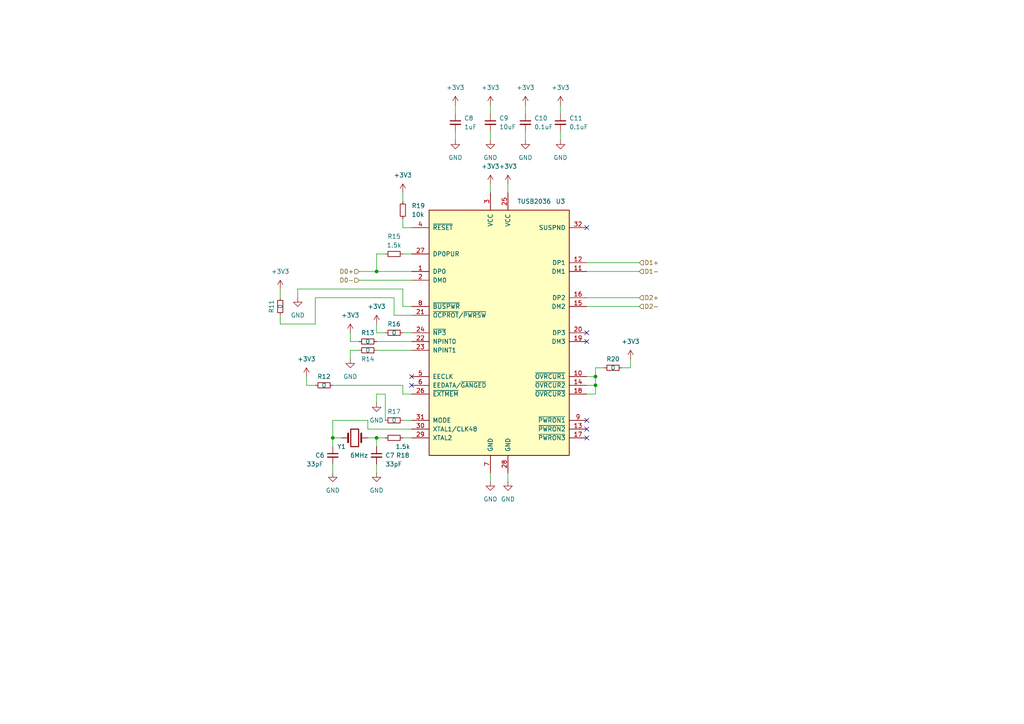
<source format=kicad_sch>
(kicad_sch (version 20210621) (generator eeschema)
  (paper "A4")
  (lib_symbols
    (symbol "Device:C_Small" (pin_numbers hide) (pin_names (offset 0.254) hide)
      (property "Reference" "C" (at 0.254 1.778 0))
      (property "Value" "C_Small" (at 0.254 -2.032 0))
      (symbol "C_Small_0_1"
        (polyline (pts (xy -1.524 -0.508) (xy 1.524 -0.508)) (stroke (width 0.3302)))
        (polyline (pts (xy -1.524 0.508) (xy 1.524 0.508)) (stroke (width 0.3048)))
      )
      (symbol "C_Small_1_1"
        (pin passive line (at 0 2.54 270) (length 2.032) (name "~") (number "1"))
        (pin passive line (at 0 -2.54 90) (length 2.032) (name "~") (number "2"))
      )
    )
    (symbol "Device:Crystal" (pin_numbers hide) (pin_names (offset 1.016) hide)
      (property "Reference" "Y" (at 0 3.81 0))
      (property "Value" "Crystal" (at 0 -3.81 0))
      (symbol "Crystal_0_1"
        (rectangle (start -1.143 2.54) (end 1.143 -2.54) (stroke (width 0.3048)))
        (polyline (pts (xy -2.54 0) (xy -1.905 0)))
        (polyline (pts (xy -1.905 -1.27) (xy -1.905 1.27)) (stroke (width 0.508)))
        (polyline (pts (xy 1.905 -1.27) (xy 1.905 1.27)) (stroke (width 0.508)))
        (polyline (pts (xy 2.54 0) (xy 1.905 0)))
      )
      (symbol "Crystal_1_1"
        (pin passive line (at -3.81 0 0) (length 1.27) (name "1") (number "1"))
        (pin passive line (at 3.81 0 180) (length 1.27) (name "2") (number "2"))
      )
    )
    (symbol "Device:R_Small" (pin_numbers hide) (pin_names (offset 0.254) hide)
      (property "Reference" "R" (at 0.762 0.508 0))
      (property "Value" "R_Small" (at 0.762 -1.016 0))
      (symbol "R_Small_0_1"
        (rectangle (start -0.762 1.778) (end 0.762 -1.778) (stroke (width 0.2032)))
      )
      (symbol "R_Small_1_1"
        (pin passive line (at 0 2.54 270) (length 0.762) (name "~") (number "1"))
        (pin passive line (at 0 -2.54 90) (length 0.762) (name "~") (number "2"))
      )
    )
    (symbol "Interface_USB:TUSB2036" (pin_names (offset 1.016))
      (property "Reference" "U" (at -19.05 36.83 0))
      (property "Value" "TUSB2036" (at 0 0 0))
      (symbol "TUSB2036_0_1"
        (rectangle (start -20.32 35.56) (end 20.32 -35.56) (stroke (width 0.254)) (fill (type background)))
      )
      (symbol "TUSB2036_1_1"
        (pin bidirectional line (at -25.4 17.78 0) (length 5.08) (name "DP0") (number "1"))
        (pin input line (at 25.4 -12.7 180) (length 5.08) (name "~{OVRCUR1}") (number "10"))
        (pin bidirectional line (at 25.4 17.78 180) (length 5.08) (name "DM1") (number "11"))
        (pin bidirectional line (at 25.4 20.32 180) (length 5.08) (name "DP1") (number "12"))
        (pin output line (at 25.4 -27.94 180) (length 5.08) (name "~{PWRON2}") (number "13"))
        (pin input line (at 25.4 -15.24 180) (length 5.08) (name "~{OVRCUR2}") (number "14"))
        (pin bidirectional line (at 25.4 7.62 180) (length 5.08) (name "DM2") (number "15"))
        (pin bidirectional line (at 25.4 10.16 180) (length 5.08) (name "DP2") (number "16"))
        (pin output line (at 25.4 -30.48 180) (length 5.08) (name "~{PWRON3}") (number "17"))
        (pin input line (at 25.4 -17.78 180) (length 5.08) (name "~{OVRCUR3}") (number "18"))
        (pin bidirectional line (at 25.4 -2.54 180) (length 5.08) (name "DM3") (number "19"))
        (pin bidirectional line (at -25.4 15.24 0) (length 5.08) (name "DM0") (number "2"))
        (pin bidirectional line (at 25.4 0 180) (length 5.08) (name "DP3") (number "20"))
        (pin input line (at -25.4 5.08 0) (length 5.08) (name "~{OCPROT}/~{PWRSW}") (number "21"))
        (pin input line (at -25.4 -2.54 0) (length 5.08) (name "NPINT0") (number "22"))
        (pin input line (at -25.4 -5.08 0) (length 5.08) (name "NPINT1") (number "23"))
        (pin input line (at -25.4 0 0) (length 5.08) (name "~{NP3}") (number "24"))
        (pin power_in line (at 2.54 40.64 270) (length 5.08) (name "VCC") (number "25"))
        (pin input line (at -25.4 -17.78 0) (length 5.08) (name "~{EXTMEM}") (number "26"))
        (pin output line (at -25.4 22.86 0) (length 5.08) (name "DP0PUR") (number "27"))
        (pin power_in line (at 2.54 -40.64 90) (length 5.08) (name "GND") (number "28"))
        (pin output line (at -25.4 -30.48 0) (length 5.08) (name "XTAL2") (number "29"))
        (pin power_in line (at -2.54 40.64 270) (length 5.08) (name "VCC") (number "3"))
        (pin input line (at -25.4 -27.94 0) (length 5.08) (name "XTAL1/CLK48") (number "30"))
        (pin input line (at -25.4 -25.4 0) (length 5.08) (name "MODE") (number "31"))
        (pin output line (at 25.4 30.48 180) (length 5.08) (name "SUSPND") (number "32"))
        (pin input line (at -25.4 30.48 0) (length 5.08) (name "~{RESET}") (number "4"))
        (pin tri_state line (at -25.4 -12.7 0) (length 5.08) (name "EECLK") (number "5"))
        (pin bidirectional line (at -25.4 -15.24 0) (length 5.08) (name "EEDATA/~{GANGED}") (number "6"))
        (pin power_in line (at -2.54 -40.64 90) (length 5.08) (name "GND") (number "7"))
        (pin input line (at -25.4 7.62 0) (length 5.08) (name "~{BUSPWR}") (number "8"))
        (pin output line (at 25.4 -25.4 180) (length 5.08) (name "~{PWRON1}") (number "9"))
      )
    )
    (symbol "power:+3V3" (power) (pin_names (offset 0))
      (property "Value" "+3V3" (at 0 3.556 0))
      (symbol "+3V3_0_1"
        (polyline (pts (xy -0.762 1.27) (xy 0 2.54)))
        (polyline (pts (xy 0 0) (xy 0 2.54)))
        (polyline (pts (xy 0 2.54) (xy 0.762 1.27)))
      )
      (symbol "+3V3_1_1"
        (pin power_in line (at 0 0 90) (length 0) hide (name "+3V3") (number "1"))
      )
    )
    (symbol "power:GND" (power) (pin_names (offset 0))
      (property "Value" "GND" (at 0 -3.81 0))
      (symbol "GND_0_1"
        (polyline (pts (xy 0 0) (xy 0 -1.27) (xy 1.27 -1.27) (xy 0 -2.54) (xy -1.27 -1.27) (xy 0 -1.27)))
      )
      (symbol "GND_1_1"
        (pin power_in line (at 0 0 270) (length 0) hide (name "GND") (number "1"))
      )
    )
  )
  (junction (at 172.72 111.76))
  (junction (at 109.22 127))
  (junction (at 96.52 127))
  (junction (at 109.22 78.74))
  (junction (at 172.72 109.22))
  (no_connect (at 170.18 121.92))
  (no_connect (at 170.18 124.46))
  (no_connect (at 170.18 127))
  (no_connect (at 119.38 111.76))
  (no_connect (at 119.38 109.22))
  (no_connect (at 170.18 96.52))
  (no_connect (at 170.18 99.06))
  (no_connect (at 170.18 66.04))
  (wire (pts (xy 180.34 106.68) (xy 182.88 106.68)))
  (wire (pts (xy 182.88 104.14) (xy 182.88 106.68)))
  (wire (pts (xy 119.38 88.9) (xy 116.84 88.9)))
  (wire (pts (xy 86.36 83.82) (xy 116.84 83.82)))
  (wire (pts (xy 116.84 88.9) (xy 116.84 83.82)))
  (wire (pts (xy 172.72 109.22) (xy 172.72 106.68)))
  (wire (pts (xy 172.72 106.68) (xy 175.26 106.68)))
  (wire (pts (xy 162.56 38.1) (xy 162.56 40.64)))
  (wire (pts (xy 119.38 66.04) (xy 116.84 66.04)))
  (wire (pts (xy 116.84 66.04) (xy 116.84 63.5)))
  (wire (pts (xy 96.52 121.92) (xy 96.52 127)))
  (wire (pts (xy 106.68 121.92) (xy 96.52 121.92)))
  (wire (pts (xy 106.68 124.46) (xy 106.68 121.92)))
  (wire (pts (xy 119.38 124.46) (xy 106.68 124.46)))
  (wire (pts (xy 142.24 53.34) (xy 142.24 55.88)))
  (wire (pts (xy 147.32 137.16) (xy 147.32 139.7)))
  (wire (pts (xy 109.22 99.06) (xy 119.38 99.06)))
  (wire (pts (xy 170.18 86.36) (xy 185.42 86.36)))
  (wire (pts (xy 109.22 134.62) (xy 109.22 137.16)))
  (wire (pts (xy 142.24 30.48) (xy 142.24 33.02)))
  (wire (pts (xy 104.14 99.06) (xy 101.6 99.06)))
  (wire (pts (xy 101.6 96.52) (xy 101.6 99.06)))
  (wire (pts (xy 162.56 30.48) (xy 162.56 33.02)))
  (wire (pts (xy 96.52 134.62) (xy 96.52 137.16)))
  (wire (pts (xy 147.32 53.34) (xy 147.32 55.88)))
  (wire (pts (xy 109.22 127) (xy 111.76 127)))
  (wire (pts (xy 106.68 127) (xy 109.22 127)))
  (wire (pts (xy 116.84 121.92) (xy 119.38 121.92)))
  (wire (pts (xy 109.22 101.6) (xy 119.38 101.6)))
  (wire (pts (xy 104.14 101.6) (xy 101.6 101.6)))
  (wire (pts (xy 101.6 101.6) (xy 101.6 104.14)))
  (wire (pts (xy 170.18 88.9) (xy 185.42 88.9)))
  (wire (pts (xy 109.22 93.98) (xy 109.22 96.52)))
  (wire (pts (xy 111.76 96.52) (xy 109.22 96.52)))
  (wire (pts (xy 119.38 91.44) (xy 114.3 91.44)))
  (wire (pts (xy 114.3 91.44) (xy 114.3 86.36)))
  (wire (pts (xy 91.44 86.36) (xy 114.3 86.36)))
  (wire (pts (xy 91.44 111.76) (xy 88.9 111.76)))
  (wire (pts (xy 88.9 109.22) (xy 88.9 111.76)))
  (wire (pts (xy 86.36 86.36) (xy 86.36 83.82)))
  (wire (pts (xy 116.84 55.88) (xy 116.84 58.42)))
  (wire (pts (xy 111.76 121.92) (xy 111.76 114.3)))
  (wire (pts (xy 109.22 114.3) (xy 109.22 116.84)))
  (wire (pts (xy 111.76 114.3) (xy 109.22 114.3)))
  (wire (pts (xy 116.84 73.66) (xy 119.38 73.66)))
  (wire (pts (xy 91.44 86.36) (xy 91.44 93.98)))
  (wire (pts (xy 91.44 93.98) (xy 81.28 93.98)))
  (wire (pts (xy 81.28 91.44) (xy 81.28 93.98)))
  (wire (pts (xy 116.84 127) (xy 119.38 127)))
  (wire (pts (xy 81.28 83.82) (xy 81.28 86.36)))
  (wire (pts (xy 109.22 127) (xy 109.22 129.54)))
  (wire (pts (xy 104.14 81.28) (xy 119.38 81.28)))
  (wire (pts (xy 116.84 96.52) (xy 119.38 96.52)))
  (wire (pts (xy 172.72 111.76) (xy 172.72 114.3)))
  (wire (pts (xy 172.72 114.3) (xy 170.18 114.3)))
  (wire (pts (xy 170.18 109.22) (xy 172.72 109.22)))
  (wire (pts (xy 172.72 109.22) (xy 172.72 111.76)))
  (wire (pts (xy 172.72 111.76) (xy 170.18 111.76)))
  (wire (pts (xy 96.52 127) (xy 99.06 127)))
  (wire (pts (xy 142.24 137.16) (xy 142.24 139.7)))
  (wire (pts (xy 119.38 114.3) (xy 116.84 114.3)))
  (wire (pts (xy 116.84 114.3) (xy 116.84 111.76)))
  (wire (pts (xy 96.52 111.76) (xy 116.84 111.76)))
  (wire (pts (xy 152.4 30.48) (xy 152.4 33.02)))
  (wire (pts (xy 96.52 127) (xy 96.52 129.54)))
  (wire (pts (xy 132.08 38.1) (xy 132.08 40.64)))
  (wire (pts (xy 109.22 78.74) (xy 119.38 78.74)))
  (wire (pts (xy 104.14 78.74) (xy 109.22 78.74)))
  (wire (pts (xy 170.18 78.74) (xy 185.42 78.74)))
  (wire (pts (xy 142.24 38.1) (xy 142.24 40.64)))
  (wire (pts (xy 132.08 30.48) (xy 132.08 33.02)))
  (wire (pts (xy 152.4 38.1) (xy 152.4 40.64)))
  (wire (pts (xy 170.18 76.2) (xy 185.42 76.2)))
  (wire (pts (xy 111.76 73.66) (xy 109.22 73.66)))
  (wire (pts (xy 109.22 73.66) (xy 109.22 78.74)))
  (hierarchical_label "D2+" (shape input) (at 185.42 86.36 0))
  (hierarchical_label "D0+" (shape input) (at 104.14 78.74 180))
  (hierarchical_label "D1+" (shape input) (at 185.42 76.2 0))
  (hierarchical_label "D0-" (shape input) (at 104.14 81.28 180))
  (hierarchical_label "D1-" (shape input) (at 185.42 78.74 0))
  (hierarchical_label "D2-" (shape input) (at 185.42 88.9 0))
  (symbol (lib_id "Device:C_Small") (at 142.24 35.56 0) (unit 1)
    (property "Reference" "C9" (at 144.78 34.2899 0) (effects (justify left)))
    (property "Value" "10uF" (at 144.78 36.8299 0) (effects (justify left)))
  )
  (symbol (lib_id "power:GND") (at 109.22 137.16 0) (unit 1)
    (property "Reference" "#PWR036" (effects hide))
    (property "Value" "GND" (at 109.22 142.24 0))
  )
  (symbol (lib_id "Device:R_Small") (at 106.68 101.6 270) (unit 1)
    (property "Reference" "R14" (at 106.68 104.14 90))
    (property "Value" "0" (at 106.68 101.6 90))
  )
  (symbol (lib_id "power:+3V3") (at 142.24 30.48 0) (unit 1)
    (property "Reference" "#PWR040" (effects hide))
    (property "Value" "+3V3" (at 142.24 25.4 0))
  )
  (symbol (lib_id "Device:R_Small") (at 114.3 96.52 270) (unit 1)
    (property "Reference" "R16" (at 114.3 93.98 90))
    (property "Value" "0" (at 114.3 96.52 90))
  )
  (symbol (lib_id "power:+3V3") (at 152.4 30.48 0) (unit 1)
    (property "Reference" "#PWR046" (effects hide))
    (property "Value" "+3V3" (at 152.4 25.4 0))
  )
  (symbol (lib_id "power:GND") (at 86.36 86.36 0) (unit 1)
    (property "Reference" "#PWR029" (effects hide))
    (property "Value" "GND" (at 86.36 91.44 0))
  )
  (symbol (lib_id "Device:R_Small") (at 106.68 99.06 270) (unit 1)
    (property "Reference" "R13" (at 106.68 96.52 90))
    (property "Value" "0" (at 106.68 99.06 90))
  )
  (symbol (lib_id "Device:R_Small") (at 177.8 106.68 270) (unit 1)
    (property "Reference" "R20" (at 177.8 104.14 90))
    (property "Value" "0" (at 177.8 106.68 90))
  )
  (symbol (lib_id "power:+3V3") (at 162.56 30.48 0) (unit 1)
    (property "Reference" "#PWR048" (effects hide))
    (property "Value" "+3V3" (at 162.56 25.4 0))
  )
  (symbol (lib_id "power:+3V3") (at 116.84 55.88 0) (unit 1)
    (property "Reference" "#PWR037" (effects hide))
    (property "Value" "+3V3" (at 116.84 50.8 0))
  )
  (symbol (lib_id "power:+3V3") (at 182.88 104.14 0) (unit 1)
    (property "Reference" "#PWR050" (effects hide))
    (property "Value" "+3V3" (at 182.88 99.06 0))
  )
  (symbol (lib_id "Device:R_Small") (at 114.3 121.92 270) (unit 1)
    (property "Reference" "R17" (at 114.3 119.38 90))
    (property "Value" "0" (at 114.3 121.92 90))
  )
  (symbol (lib_id "Device:C_Small") (at 96.52 132.08 0) (unit 1)
    (property "Reference" "C6" (at 91.44 132.08 0) (effects (justify left)))
    (property "Value" "33pF" (at 88.9 134.62 0) (effects (justify left)))
  )
  (symbol (lib_id "power:GND") (at 162.56 40.64 0) (unit 1)
    (property "Reference" "#PWR049" (effects hide))
    (property "Value" "GND" (at 162.56 45.72 0))
  )
  (symbol (lib_id "power:+3V3") (at 132.08 30.48 0) (unit 1)
    (property "Reference" "#PWR038" (effects hide))
    (property "Value" "+3V3" (at 132.08 25.4 0))
  )
  (symbol (lib_id "power:GND") (at 152.4 40.64 0) (unit 1)
    (property "Reference" "#PWR047" (effects hide))
    (property "Value" "GND" (at 152.4 45.72 0))
  )
  (symbol (lib_id "Device:C_Small") (at 162.56 35.56 0) (unit 1)
    (property "Reference" "C11" (at 165.1 34.2899 0) (effects (justify left)))
    (property "Value" "0.1uF" (at 165.1 36.8299 0) (effects (justify left)))
  )
  (symbol (lib_id "Device:C_Small") (at 109.22 132.08 0) (unit 1)
    (property "Reference" "C7" (at 111.76 132.08 0) (effects (justify left)))
    (property "Value" "33pF" (at 111.76 134.62 0) (effects (justify left)))
  )
  (symbol (lib_id "power:+3V3") (at 147.32 53.34 0) (unit 1)
    (property "Reference" "#PWR044" (effects hide))
    (property "Value" "+3V3" (at 147.32 48.26 0))
  )
  (symbol (lib_id "Interface_USB:TUSB2036") (at 144.78 96.52 0) (unit 1)
    (property "Reference" "U3" (at 162.56 58.42 0))
    (property "Value" "TUSB2036" (at 154.94 58.42 0))
    (property "Footprint" "Package_QFP:LQFP-32_7x7mm_P0.8mm" (effects hide))
    (property "Datasheet" "http://www.ti.com/lit/ds/symlink/tusb2036.pdf" (effects hide))
  )
  (symbol (lib_id "power:GND") (at 96.52 137.16 0) (unit 1)
    (property "Reference" "#PWR031" (effects hide))
    (property "Value" "GND" (at 96.52 142.24 0))
  )
  (symbol (lib_id "power:GND") (at 132.08 40.64 0) (unit 1)
    (property "Reference" "#PWR039" (effects hide))
    (property "Value" "GND" (at 132.08 45.72 0))
  )
  (symbol (lib_id "Device:Crystal") (at 102.87 127 0) (unit 1)
    (property "Reference" "Y1" (at 99.06 129.54 0))
    (property "Value" "6MHz" (at 104.14 132.08 0))
  )
  (symbol (lib_id "power:GND") (at 142.24 40.64 0) (unit 1)
    (property "Reference" "#PWR041" (effects hide))
    (property "Value" "GND" (at 142.24 45.72 0))
  )
  (symbol (lib_id "power:+3V3") (at 88.9 109.22 0) (unit 1)
    (property "Reference" "#PWR030" (effects hide))
    (property "Value" "+3V3" (at 88.9 104.14 0))
  )
  (symbol (lib_id "power:+3V3") (at 101.6 96.52 0) (unit 1)
    (property "Reference" "#PWR032" (effects hide))
    (property "Value" "+3V3" (at 101.6 91.44 0))
  )
  (symbol (lib_id "power:+3V3") (at 142.24 53.34 0) (unit 1)
    (property "Reference" "#PWR042" (effects hide))
    (property "Value" "+3V3" (at 142.24 48.26 0))
  )
  (symbol (lib_id "Device:R_Small") (at 93.98 111.76 270) (unit 1)
    (property "Reference" "R12" (at 93.98 109.22 90))
    (property "Value" "0" (at 93.98 111.76 90))
  )
  (symbol (lib_id "Device:R_Small") (at 114.3 73.66 90) (unit 1)
    (property "Reference" "R15" (at 114.3 68.58 90))
    (property "Value" "1.5k" (at 114.3 71.12 90))
  )
  (symbol (lib_id "power:+3V3") (at 81.28 83.82 0) (unit 1)
    (property "Reference" "#PWR028" (effects hide))
    (property "Value" "+3V3" (at 81.28 78.74 0))
  )
  (symbol (lib_id "Device:C_Small") (at 132.08 35.56 0) (unit 1)
    (property "Reference" "C8" (at 134.62 34.2899 0) (effects (justify left)))
    (property "Value" "1uF" (at 134.62 36.8299 0) (effects (justify left)))
  )
  (symbol (lib_id "Device:R_Small") (at 116.84 60.96 0) (unit 1)
    (property "Reference" "R19" (at 119.38 59.6899 0) (effects (justify left)))
    (property "Value" "10k" (at 119.38 62.2299 0) (effects (justify left)))
  )
  (symbol (lib_id "power:GND") (at 147.32 139.7 0) (unit 1)
    (property "Reference" "#PWR045" (effects hide))
    (property "Value" "GND" (at 147.32 144.78 0))
  )
  (symbol (lib_id "Device:R_Small") (at 114.3 127 270) (unit 1)
    (property "Reference" "R18" (at 116.84 132.08 90))
    (property "Value" "1.5k" (at 116.84 129.54 90))
  )
  (symbol (lib_id "power:GND") (at 142.24 139.7 0) (unit 1)
    (property "Reference" "#PWR043" (effects hide))
    (property "Value" "GND" (at 142.24 144.78 0))
  )
  (symbol (lib_id "power:GND") (at 101.6 104.14 0) (unit 1)
    (property "Reference" "#PWR033" (effects hide))
    (property "Value" "GND" (at 101.6 109.22 0))
  )
  (symbol (lib_id "Device:R_Small") (at 81.28 88.9 0) (unit 1)
    (property "Reference" "R11" (at 78.74 88.9 90))
    (property "Value" "0" (at 81.28 88.9 90))
  )
  (symbol (lib_id "Device:C_Small") (at 152.4 35.56 0) (unit 1)
    (property "Reference" "C10" (at 154.94 34.2899 0) (effects (justify left)))
    (property "Value" "0.1uF" (at 154.94 36.8299 0) (effects (justify left)))
  )
  (symbol (lib_id "power:GND") (at 109.22 116.84 0) (unit 1)
    (property "Reference" "#PWR035" (effects hide))
    (property "Value" "GND" (at 109.22 121.92 0))
  )
  (symbol (lib_id "power:+3V3") (at 109.22 93.98 0) (unit 1)
    (property "Reference" "#PWR034" (effects hide))
    (property "Value" "+3V3" (at 109.22 88.9 0))
  )
)
</source>
